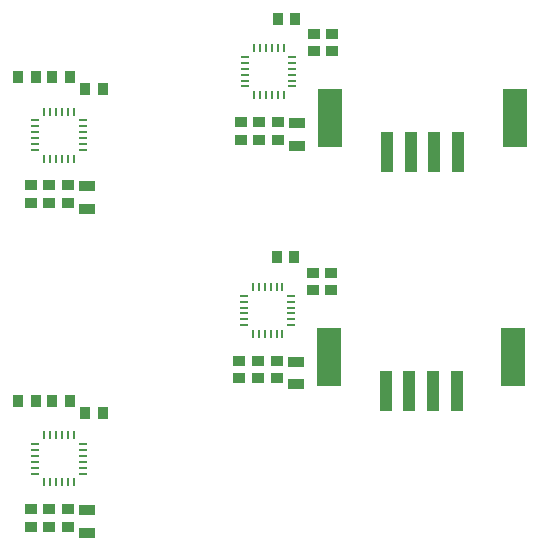
<source format=gtp>
G04 #@! TF.GenerationSoftware,KiCad,Pcbnew,5.1.9-73d0e3b20d~88~ubuntu18.04.1*
G04 #@! TF.CreationDate,2021-04-05T22:09:22-07:00*
G04 #@! TF.ProjectId,accelgyro_mpu6050_d2brv3_4x4,61636365-6c67-4797-926f-5f6d70753630,rev?*
G04 #@! TF.SameCoordinates,Original*
G04 #@! TF.FileFunction,Paste,Top*
G04 #@! TF.FilePolarity,Positive*
%FSLAX46Y46*%
G04 Gerber Fmt 4.6, Leading zero omitted, Abs format (unit mm)*
G04 Created by KiCad (PCBNEW 5.1.9-73d0e3b20d~88~ubuntu18.04.1) date 2021-04-05 22:09:22*
%MOMM*%
%LPD*%
G01*
G04 APERTURE LIST*
%ADD10R,1.000760X0.899160*%
%ADD11R,1.397000X0.889000*%
%ADD12R,0.899160X1.000760*%
%ADD13O,0.800100X0.248920*%
%ADD14O,0.248920X0.800100*%
%ADD15R,2.000000X5.000000*%
%ADD16R,1.120000X3.390000*%
G04 APERTURE END LIST*
D10*
X139525000Y-111226840D03*
X139525000Y-109723160D03*
D11*
X144325000Y-109822500D03*
X144325000Y-111727500D03*
D12*
X138473160Y-100575000D03*
X139976840Y-100575000D03*
D10*
X142725000Y-111226840D03*
X142725000Y-109723160D03*
D12*
X141373160Y-100575000D03*
X142876840Y-100575000D03*
X145676840Y-101575000D03*
X144173160Y-101575000D03*
D10*
X141125000Y-111226840D03*
X141125000Y-109723160D03*
D13*
X139926020Y-104225320D03*
X139926020Y-104725700D03*
X139926020Y-105226080D03*
X139926020Y-105723920D03*
X139926020Y-106224300D03*
X139926020Y-106724680D03*
D14*
X140675320Y-107473980D03*
X141175700Y-107473980D03*
X141676080Y-107473980D03*
X142173920Y-107473980D03*
X142674300Y-107473980D03*
X143174680Y-107473980D03*
D13*
X143923980Y-106724680D03*
X143923980Y-106224300D03*
X143923980Y-105723920D03*
X143923980Y-105226080D03*
X143923980Y-104725700D03*
X143923980Y-104225320D03*
D14*
X143174680Y-103476020D03*
X142674300Y-103476020D03*
X142173920Y-103476020D03*
X141676080Y-103476020D03*
X141175700Y-103476020D03*
X140675320Y-103476020D03*
D10*
X158900000Y-104348160D03*
X158900000Y-105851840D03*
D12*
X160448160Y-95600000D03*
X161951840Y-95600000D03*
D11*
X162100000Y-106352500D03*
X162100000Y-104447500D03*
D10*
X165036000Y-96884160D03*
X165036000Y-98387840D03*
X157300000Y-104348160D03*
X157300000Y-105851840D03*
X160500000Y-104348160D03*
X160500000Y-105851840D03*
D15*
X164900000Y-104000000D03*
X180500000Y-104000000D03*
D16*
X169700000Y-106900000D03*
X175700000Y-106900000D03*
X173700000Y-106900000D03*
X171700000Y-106900000D03*
D14*
X158450320Y-98101020D03*
X158950700Y-98101020D03*
X159451080Y-98101020D03*
X159948920Y-98101020D03*
X160449300Y-98101020D03*
X160949680Y-98101020D03*
D13*
X161698980Y-98850320D03*
X161698980Y-99350700D03*
X161698980Y-99851080D03*
X161698980Y-100348920D03*
X161698980Y-100849300D03*
X161698980Y-101349680D03*
D14*
X160949680Y-102098980D03*
X160449300Y-102098980D03*
X159948920Y-102098980D03*
X159451080Y-102098980D03*
X158950700Y-102098980D03*
X158450320Y-102098980D03*
D13*
X157701020Y-101349680D03*
X157701020Y-100849300D03*
X157701020Y-100348920D03*
X157701020Y-99851080D03*
X157701020Y-99350700D03*
X157701020Y-98850320D03*
D10*
X163512000Y-98387840D03*
X163512000Y-96884160D03*
X157200000Y-126076840D03*
X157200000Y-124573160D03*
D12*
X161851840Y-115825000D03*
X160348160Y-115825000D03*
D10*
X158800000Y-126076840D03*
X158800000Y-124573160D03*
X160400000Y-126076840D03*
X160400000Y-124573160D03*
D13*
X157601020Y-119075320D03*
X157601020Y-119575700D03*
X157601020Y-120076080D03*
X157601020Y-120573920D03*
X157601020Y-121074300D03*
X157601020Y-121574680D03*
D14*
X158350320Y-122323980D03*
X158850700Y-122323980D03*
X159351080Y-122323980D03*
X159848920Y-122323980D03*
X160349300Y-122323980D03*
X160849680Y-122323980D03*
D13*
X161598980Y-121574680D03*
X161598980Y-121074300D03*
X161598980Y-120573920D03*
X161598980Y-120076080D03*
X161598980Y-119575700D03*
X161598980Y-119075320D03*
D14*
X160849680Y-118326020D03*
X160349300Y-118326020D03*
X159848920Y-118326020D03*
X159351080Y-118326020D03*
X158850700Y-118326020D03*
X158350320Y-118326020D03*
D11*
X162000000Y-124672500D03*
X162000000Y-126577500D03*
D10*
X163412000Y-117109160D03*
X163412000Y-118612840D03*
X164936000Y-118612840D03*
X164936000Y-117109160D03*
D16*
X171600000Y-127125000D03*
X173600000Y-127125000D03*
X175600000Y-127125000D03*
X169600000Y-127125000D03*
D15*
X180400000Y-124225000D03*
X164800000Y-124225000D03*
D10*
X142725000Y-137123160D03*
X142725000Y-138626840D03*
D14*
X140675320Y-130876020D03*
X141175700Y-130876020D03*
X141676080Y-130876020D03*
X142173920Y-130876020D03*
X142674300Y-130876020D03*
X143174680Y-130876020D03*
D13*
X143923980Y-131625320D03*
X143923980Y-132125700D03*
X143923980Y-132626080D03*
X143923980Y-133123920D03*
X143923980Y-133624300D03*
X143923980Y-134124680D03*
D14*
X143174680Y-134873980D03*
X142674300Y-134873980D03*
X142173920Y-134873980D03*
X141676080Y-134873980D03*
X141175700Y-134873980D03*
X140675320Y-134873980D03*
D13*
X139926020Y-134124680D03*
X139926020Y-133624300D03*
X139926020Y-133123920D03*
X139926020Y-132626080D03*
X139926020Y-132125700D03*
X139926020Y-131625320D03*
D10*
X141125000Y-137123160D03*
X141125000Y-138626840D03*
D12*
X139976840Y-127975000D03*
X138473160Y-127975000D03*
D10*
X139525000Y-137123160D03*
X139525000Y-138626840D03*
D11*
X144325000Y-139127500D03*
X144325000Y-137222500D03*
D12*
X142876840Y-127975000D03*
X141373160Y-127975000D03*
X144173160Y-128975000D03*
X145676840Y-128975000D03*
M02*

</source>
